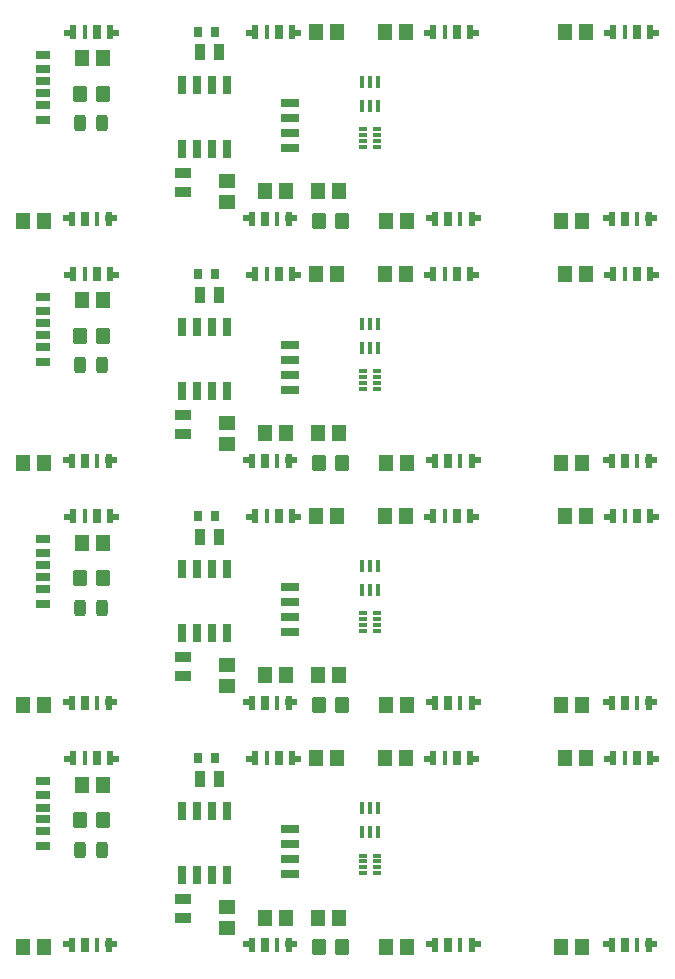
<source format=gtp>
%TF.GenerationSoftware,KiCad,Pcbnew,7.0.5*%
%TF.CreationDate,2023-11-06T22:37:59+10:00*%
%TF.ProjectId,TallyLight_Panel,54616c6c-794c-4696-9768-745f50616e65,rev?*%
%TF.SameCoordinates,Original*%
%TF.FileFunction,Paste,Top*%
%TF.FilePolarity,Positive*%
%FSLAX46Y46*%
G04 Gerber Fmt 4.6, Leading zero omitted, Abs format (unit mm)*
G04 Created by KiCad (PCBNEW 7.0.5) date 2023-11-06 22:37:59*
%MOMM*%
%LPD*%
G01*
G04 APERTURE LIST*
G04 Aperture macros list*
%AMRoundRect*
0 Rectangle with rounded corners*
0 $1 Rounding radius*
0 $2 $3 $4 $5 $6 $7 $8 $9 X,Y pos of 4 corners*
0 Add a 4 corners polygon primitive as box body*
4,1,4,$2,$3,$4,$5,$6,$7,$8,$9,$2,$3,0*
0 Add four circle primitives for the rounded corners*
1,1,$1+$1,$2,$3*
1,1,$1+$1,$4,$5*
1,1,$1+$1,$6,$7*
1,1,$1+$1,$8,$9*
0 Add four rect primitives between the rounded corners*
20,1,$1+$1,$2,$3,$4,$5,0*
20,1,$1+$1,$4,$5,$6,$7,0*
20,1,$1+$1,$6,$7,$8,$9,0*
20,1,$1+$1,$8,$9,$2,$3,0*%
G04 Aperture macros list end*
%ADD10R,1.000000X0.550000*%
%ADD11R,0.550000X1.200000*%
%ADD12R,0.700000X1.200000*%
%ADD13R,0.450000X1.200000*%
%ADD14R,0.910000X1.390000*%
%ADD15R,0.750000X0.940000*%
%ADD16R,1.150000X1.450000*%
%ADD17RoundRect,0.243750X-0.243750X-0.456250X0.243750X-0.456250X0.243750X0.456250X-0.243750X0.456250X0*%
%ADD18R,0.650000X0.300000*%
%ADD19R,1.600000X0.700000*%
%ADD20RoundRect,0.250000X-0.350000X-0.450000X0.350000X-0.450000X0.350000X0.450000X-0.350000X0.450000X0*%
%ADD21R,1.200000X0.700000*%
%ADD22R,1.200000X0.760000*%
%ADD23R,1.200000X0.800000*%
%ADD24RoundRect,0.250000X0.350000X0.450000X-0.350000X0.450000X-0.350000X-0.450000X0.350000X-0.450000X0*%
%ADD25R,1.450000X1.150000*%
%ADD26R,1.390000X0.910000*%
%ADD27R,0.400000X1.000000*%
%ADD28R,0.700000X1.550000*%
G04 APERTURE END LIST*
D10*
%TO.C,U5*%
X94350000Y-131650000D03*
D11*
X94575000Y-131725000D03*
D12*
X95700000Y-131725000D03*
D13*
X96726000Y-131725000D03*
D11*
X97725000Y-131725000D03*
D10*
X97950000Y-131650000D03*
%TD*%
D14*
%TO.C,C11*%
X107070000Y-117625000D03*
X105430000Y-117625000D03*
%TD*%
D15*
%TO.C,C13*%
X106700000Y-115875000D03*
X105300000Y-115875000D03*
%TD*%
D16*
%TO.C,C7*%
X136000000Y-131875000D03*
X137800000Y-131875000D03*
%TD*%
%TO.C,C3*%
X117050000Y-115875000D03*
X115250000Y-115875000D03*
%TD*%
%TO.C,C2*%
X121100000Y-115875000D03*
X122900000Y-115875000D03*
%TD*%
%TO.C,C8*%
X90450000Y-131875000D03*
X92250000Y-131875000D03*
%TD*%
%TO.C,C15*%
X117250000Y-129375000D03*
X115450000Y-129375000D03*
%TD*%
D17*
%TO.C,D5*%
X95250000Y-123625000D03*
X97125000Y-123625000D03*
%TD*%
D10*
%TO.C,U6*%
X109590000Y-131650000D03*
D11*
X109815000Y-131725000D03*
D12*
X110940000Y-131725000D03*
D13*
X111966000Y-131725000D03*
D11*
X112965000Y-131725000D03*
D10*
X113190000Y-131650000D03*
%TD*%
D18*
%TO.C,RN1*%
X119250000Y-124125000D03*
X119250000Y-124625000D03*
X119250000Y-125125000D03*
X119250000Y-125625000D03*
X120400000Y-125625000D03*
X120400000Y-125125000D03*
X120400000Y-124625000D03*
X120400000Y-124125000D03*
%TD*%
D10*
%TO.C,U2*%
X128556000Y-115960000D03*
D11*
X128331000Y-115885000D03*
D12*
X127206000Y-115885000D03*
D13*
X126180000Y-115885000D03*
D11*
X125181000Y-115885000D03*
D10*
X124956000Y-115960000D03*
%TD*%
%TO.C,U8*%
X140070000Y-131650000D03*
D11*
X140295000Y-131725000D03*
D12*
X141420000Y-131725000D03*
D13*
X142446000Y-131725000D03*
D11*
X143445000Y-131725000D03*
D10*
X143670000Y-131650000D03*
%TD*%
%TO.C,U3*%
X113480000Y-115960000D03*
D11*
X113255000Y-115885000D03*
D12*
X112130000Y-115885000D03*
D13*
X111104000Y-115885000D03*
D11*
X110105000Y-115885000D03*
D10*
X109880000Y-115960000D03*
%TD*%
D19*
%TO.C,VEML7700*%
X113100000Y-121870000D03*
X113100000Y-123140000D03*
X113100000Y-124410000D03*
X113100000Y-125680000D03*
%TD*%
D16*
%TO.C,C4*%
X95450000Y-118125000D03*
X97250000Y-118125000D03*
%TD*%
D20*
%TO.C,R3*%
X115500000Y-131875000D03*
X117500000Y-131875000D03*
%TD*%
D10*
%TO.C,U7*%
X125120000Y-131650000D03*
D11*
X125345000Y-131725000D03*
D12*
X126470000Y-131725000D03*
D13*
X127496000Y-131725000D03*
D11*
X128495000Y-131725000D03*
D10*
X128720000Y-131650000D03*
%TD*%
D16*
%TO.C,C6*%
X121200000Y-131875000D03*
X123000000Y-131875000D03*
%TD*%
D10*
%TO.C,U4*%
X98076000Y-115960000D03*
D11*
X97851000Y-115885000D03*
D12*
X96726000Y-115885000D03*
D13*
X95700000Y-115885000D03*
D11*
X94701000Y-115885000D03*
D10*
X94476000Y-115960000D03*
%TD*%
D21*
%TO.C,USB*%
X92130000Y-120055000D03*
D22*
X92130000Y-122075000D03*
D23*
X92130000Y-123305000D03*
D21*
X92130000Y-121055000D03*
D22*
X92130000Y-119035000D03*
D23*
X92130000Y-117805000D03*
%TD*%
D24*
%TO.C,R6*%
X97250000Y-121125000D03*
X95250000Y-121125000D03*
%TD*%
D10*
%TO.C,U1*%
X143796000Y-115960000D03*
D11*
X143571000Y-115885000D03*
D12*
X142446000Y-115885000D03*
D13*
X141420000Y-115885000D03*
D11*
X140421000Y-115885000D03*
D10*
X140196000Y-115960000D03*
%TD*%
D25*
%TO.C,C10*%
X107750000Y-128475000D03*
X107750000Y-130275000D03*
%TD*%
D16*
%TO.C,C1*%
X136350000Y-115875000D03*
X138150000Y-115875000D03*
%TD*%
%TO.C,C5*%
X112750000Y-129375000D03*
X110950000Y-129375000D03*
%TD*%
D26*
%TO.C,C9*%
X104000000Y-127805000D03*
X104000000Y-129445000D03*
%TD*%
D27*
%TO.C,Q1*%
X119200000Y-122125000D03*
X119850000Y-122125000D03*
X120500000Y-122125000D03*
X120500000Y-120125000D03*
X119850000Y-120125000D03*
X119200000Y-120125000D03*
%TD*%
D28*
%TO.C,TC1263*%
X103960000Y-125775000D03*
X105230000Y-125775000D03*
X106500000Y-125775000D03*
X107770000Y-125775000D03*
X107770000Y-120375000D03*
X106500000Y-120375000D03*
X105230000Y-120375000D03*
X103960000Y-120375000D03*
%TD*%
D10*
%TO.C,U5*%
X94350000Y-111150000D03*
D11*
X94575000Y-111225000D03*
D12*
X95700000Y-111225000D03*
D13*
X96726000Y-111225000D03*
D11*
X97725000Y-111225000D03*
D10*
X97950000Y-111150000D03*
%TD*%
%TO.C,U4*%
X98076000Y-95460000D03*
D11*
X97851000Y-95385000D03*
D12*
X96726000Y-95385000D03*
D13*
X95700000Y-95385000D03*
D11*
X94701000Y-95385000D03*
D10*
X94476000Y-95460000D03*
%TD*%
D15*
%TO.C,C13*%
X106700000Y-95375000D03*
X105300000Y-95375000D03*
%TD*%
D16*
%TO.C,C3*%
X117050000Y-95375000D03*
X115250000Y-95375000D03*
%TD*%
%TO.C,C2*%
X121100000Y-95375000D03*
X122900000Y-95375000D03*
%TD*%
D17*
%TO.C,D5*%
X95250000Y-103125000D03*
X97125000Y-103125000D03*
%TD*%
D10*
%TO.C,U6*%
X109590000Y-111150000D03*
D11*
X109815000Y-111225000D03*
D12*
X110940000Y-111225000D03*
D13*
X111966000Y-111225000D03*
D11*
X112965000Y-111225000D03*
D10*
X113190000Y-111150000D03*
%TD*%
D18*
%TO.C,RN1*%
X119250000Y-103625000D03*
X119250000Y-104125000D03*
X119250000Y-104625000D03*
X119250000Y-105125000D03*
X120400000Y-105125000D03*
X120400000Y-104625000D03*
X120400000Y-104125000D03*
X120400000Y-103625000D03*
%TD*%
D10*
%TO.C,U2*%
X128556000Y-95460000D03*
D11*
X128331000Y-95385000D03*
D12*
X127206000Y-95385000D03*
D13*
X126180000Y-95385000D03*
D11*
X125181000Y-95385000D03*
D10*
X124956000Y-95460000D03*
%TD*%
%TO.C,U8*%
X140070000Y-111150000D03*
D11*
X140295000Y-111225000D03*
D12*
X141420000Y-111225000D03*
D13*
X142446000Y-111225000D03*
D11*
X143445000Y-111225000D03*
D10*
X143670000Y-111150000D03*
%TD*%
%TO.C,U3*%
X113480000Y-95460000D03*
D11*
X113255000Y-95385000D03*
D12*
X112130000Y-95385000D03*
D13*
X111104000Y-95385000D03*
D11*
X110105000Y-95385000D03*
D10*
X109880000Y-95460000D03*
%TD*%
D20*
%TO.C,R3*%
X115500000Y-111375000D03*
X117500000Y-111375000D03*
%TD*%
D19*
%TO.C,VEML7700*%
X113100000Y-101370000D03*
X113100000Y-102640000D03*
X113100000Y-103910000D03*
X113100000Y-105180000D03*
%TD*%
D16*
%TO.C,C4*%
X95450000Y-97625000D03*
X97250000Y-97625000D03*
%TD*%
D10*
%TO.C,U7*%
X125120000Y-111150000D03*
D11*
X125345000Y-111225000D03*
D12*
X126470000Y-111225000D03*
D13*
X127496000Y-111225000D03*
D11*
X128495000Y-111225000D03*
D10*
X128720000Y-111150000D03*
%TD*%
D14*
%TO.C,C11*%
X107070000Y-97125000D03*
X105430000Y-97125000D03*
%TD*%
D16*
%TO.C,C6*%
X121200000Y-111375000D03*
X123000000Y-111375000D03*
%TD*%
D21*
%TO.C,USB*%
X92130000Y-99555000D03*
D22*
X92130000Y-101575000D03*
D23*
X92130000Y-102805000D03*
D21*
X92130000Y-100555000D03*
D22*
X92130000Y-98535000D03*
D23*
X92130000Y-97305000D03*
%TD*%
D24*
%TO.C,R6*%
X97250000Y-100625000D03*
X95250000Y-100625000D03*
%TD*%
D16*
%TO.C,C7*%
X136000000Y-111375000D03*
X137800000Y-111375000D03*
%TD*%
D10*
%TO.C,U1*%
X143796000Y-95460000D03*
D11*
X143571000Y-95385000D03*
D12*
X142446000Y-95385000D03*
D13*
X141420000Y-95385000D03*
D11*
X140421000Y-95385000D03*
D10*
X140196000Y-95460000D03*
%TD*%
D25*
%TO.C,C10*%
X107750000Y-107975000D03*
X107750000Y-109775000D03*
%TD*%
D16*
%TO.C,C15*%
X117250000Y-108875000D03*
X115450000Y-108875000D03*
%TD*%
%TO.C,C1*%
X136350000Y-95375000D03*
X138150000Y-95375000D03*
%TD*%
%TO.C,C8*%
X90450000Y-111375000D03*
X92250000Y-111375000D03*
%TD*%
%TO.C,C5*%
X112750000Y-108875000D03*
X110950000Y-108875000D03*
%TD*%
D26*
%TO.C,C9*%
X104000000Y-107305000D03*
X104000000Y-108945000D03*
%TD*%
D27*
%TO.C,Q1*%
X119200000Y-101625000D03*
X119850000Y-101625000D03*
X120500000Y-101625000D03*
X120500000Y-99625000D03*
X119850000Y-99625000D03*
X119200000Y-99625000D03*
%TD*%
D28*
%TO.C,TC1263*%
X103960000Y-105275000D03*
X105230000Y-105275000D03*
X106500000Y-105275000D03*
X107770000Y-105275000D03*
X107770000Y-99875000D03*
X106500000Y-99875000D03*
X105230000Y-99875000D03*
X103960000Y-99875000D03*
%TD*%
D10*
%TO.C,U5*%
X94350000Y-90650000D03*
D11*
X94575000Y-90725000D03*
D12*
X95700000Y-90725000D03*
D13*
X96726000Y-90725000D03*
D11*
X97725000Y-90725000D03*
D10*
X97950000Y-90650000D03*
%TD*%
%TO.C,U4*%
X98076000Y-74960000D03*
D11*
X97851000Y-74885000D03*
D12*
X96726000Y-74885000D03*
D13*
X95700000Y-74885000D03*
D11*
X94701000Y-74885000D03*
D10*
X94476000Y-74960000D03*
%TD*%
D14*
%TO.C,C11*%
X107070000Y-76625000D03*
X105430000Y-76625000D03*
%TD*%
D15*
%TO.C,C13*%
X106700000Y-74875000D03*
X105300000Y-74875000D03*
%TD*%
D16*
%TO.C,C7*%
X136000000Y-90875000D03*
X137800000Y-90875000D03*
%TD*%
%TO.C,C8*%
X90450000Y-90875000D03*
X92250000Y-90875000D03*
%TD*%
%TO.C,C2*%
X121100000Y-74875000D03*
X122900000Y-74875000D03*
%TD*%
%TO.C,C15*%
X117250000Y-88375000D03*
X115450000Y-88375000D03*
%TD*%
D17*
%TO.C,D5*%
X95250000Y-82625000D03*
X97125000Y-82625000D03*
%TD*%
D10*
%TO.C,U6*%
X109590000Y-90650000D03*
D11*
X109815000Y-90725000D03*
D12*
X110940000Y-90725000D03*
D13*
X111966000Y-90725000D03*
D11*
X112965000Y-90725000D03*
D10*
X113190000Y-90650000D03*
%TD*%
D18*
%TO.C,RN1*%
X119250000Y-83125000D03*
X119250000Y-83625000D03*
X119250000Y-84125000D03*
X119250000Y-84625000D03*
X120400000Y-84625000D03*
X120400000Y-84125000D03*
X120400000Y-83625000D03*
X120400000Y-83125000D03*
%TD*%
D10*
%TO.C,U2*%
X128556000Y-74960000D03*
D11*
X128331000Y-74885000D03*
D12*
X127206000Y-74885000D03*
D13*
X126180000Y-74885000D03*
D11*
X125181000Y-74885000D03*
D10*
X124956000Y-74960000D03*
%TD*%
D20*
%TO.C,R3*%
X115500000Y-90875000D03*
X117500000Y-90875000D03*
%TD*%
D19*
%TO.C,VEML7700*%
X113100000Y-80870000D03*
X113100000Y-82140000D03*
X113100000Y-83410000D03*
X113100000Y-84680000D03*
%TD*%
D16*
%TO.C,C4*%
X95450000Y-77125000D03*
X97250000Y-77125000D03*
%TD*%
%TO.C,C3*%
X117050000Y-74875000D03*
X115250000Y-74875000D03*
%TD*%
D10*
%TO.C,U7*%
X125120000Y-90650000D03*
D11*
X125345000Y-90725000D03*
D12*
X126470000Y-90725000D03*
D13*
X127496000Y-90725000D03*
D11*
X128495000Y-90725000D03*
D10*
X128720000Y-90650000D03*
%TD*%
%TO.C,U3*%
X113480000Y-74960000D03*
D11*
X113255000Y-74885000D03*
D12*
X112130000Y-74885000D03*
D13*
X111104000Y-74885000D03*
D11*
X110105000Y-74885000D03*
D10*
X109880000Y-74960000D03*
%TD*%
D16*
%TO.C,C6*%
X121200000Y-90875000D03*
X123000000Y-90875000D03*
%TD*%
D10*
%TO.C,U8*%
X140070000Y-90650000D03*
D11*
X140295000Y-90725000D03*
D12*
X141420000Y-90725000D03*
D13*
X142446000Y-90725000D03*
D11*
X143445000Y-90725000D03*
D10*
X143670000Y-90650000D03*
%TD*%
D21*
%TO.C,USB*%
X92130000Y-79055000D03*
D22*
X92130000Y-81075000D03*
D23*
X92130000Y-82305000D03*
D21*
X92130000Y-80055000D03*
D22*
X92130000Y-78035000D03*
D23*
X92130000Y-76805000D03*
%TD*%
D24*
%TO.C,R6*%
X97250000Y-80125000D03*
X95250000Y-80125000D03*
%TD*%
D10*
%TO.C,U1*%
X143796000Y-74960000D03*
D11*
X143571000Y-74885000D03*
D12*
X142446000Y-74885000D03*
D13*
X141420000Y-74885000D03*
D11*
X140421000Y-74885000D03*
D10*
X140196000Y-74960000D03*
%TD*%
D25*
%TO.C,C10*%
X107750000Y-87475000D03*
X107750000Y-89275000D03*
%TD*%
D16*
%TO.C,C1*%
X136350000Y-74875000D03*
X138150000Y-74875000D03*
%TD*%
%TO.C,C5*%
X112750000Y-88375000D03*
X110950000Y-88375000D03*
%TD*%
D26*
%TO.C,C9*%
X104000000Y-86805000D03*
X104000000Y-88445000D03*
%TD*%
D27*
%TO.C,Q1*%
X119200000Y-81125000D03*
X119850000Y-81125000D03*
X120500000Y-81125000D03*
X120500000Y-79125000D03*
X119850000Y-79125000D03*
X119200000Y-79125000D03*
%TD*%
D28*
%TO.C,TC1263*%
X103960000Y-84775000D03*
X105230000Y-84775000D03*
X106500000Y-84775000D03*
X107770000Y-84775000D03*
X107770000Y-79375000D03*
X106500000Y-79375000D03*
X105230000Y-79375000D03*
X103960000Y-79375000D03*
%TD*%
D21*
%TO.C,USB*%
X92130000Y-58555000D03*
D22*
X92130000Y-60575000D03*
D23*
X92130000Y-61805000D03*
D21*
X92130000Y-59555000D03*
D22*
X92130000Y-57535000D03*
D23*
X92130000Y-56305000D03*
%TD*%
D27*
%TO.C,Q1*%
X119200000Y-60625000D03*
X119850000Y-60625000D03*
X120500000Y-60625000D03*
X120500000Y-58625000D03*
X119850000Y-58625000D03*
X119200000Y-58625000D03*
%TD*%
D28*
%TO.C,TC1263*%
X103960000Y-64275000D03*
X105230000Y-64275000D03*
X106500000Y-64275000D03*
X107770000Y-64275000D03*
X107770000Y-58875000D03*
X106500000Y-58875000D03*
X105230000Y-58875000D03*
X103960000Y-58875000D03*
%TD*%
D16*
%TO.C,C1*%
X136350000Y-54375000D03*
X138150000Y-54375000D03*
%TD*%
D10*
%TO.C,U3*%
X113480000Y-54460000D03*
D11*
X113255000Y-54385000D03*
D12*
X112130000Y-54385000D03*
D13*
X111104000Y-54385000D03*
D11*
X110105000Y-54385000D03*
D10*
X109880000Y-54460000D03*
%TD*%
%TO.C,U8*%
X140070000Y-70150000D03*
D11*
X140295000Y-70225000D03*
D12*
X141420000Y-70225000D03*
D13*
X142446000Y-70225000D03*
D11*
X143445000Y-70225000D03*
D10*
X143670000Y-70150000D03*
%TD*%
D24*
%TO.C,R6*%
X97250000Y-59625000D03*
X95250000Y-59625000D03*
%TD*%
D16*
%TO.C,C6*%
X121200000Y-70375000D03*
X123000000Y-70375000D03*
%TD*%
D20*
%TO.C,R3*%
X115500000Y-70375000D03*
X117500000Y-70375000D03*
%TD*%
D25*
%TO.C,C10*%
X107750000Y-66975000D03*
X107750000Y-68775000D03*
%TD*%
D16*
%TO.C,C5*%
X112750000Y-67875000D03*
X110950000Y-67875000D03*
%TD*%
D18*
%TO.C,RN1*%
X119250000Y-62625000D03*
X119250000Y-63125000D03*
X119250000Y-63625000D03*
X119250000Y-64125000D03*
X120400000Y-64125000D03*
X120400000Y-63625000D03*
X120400000Y-63125000D03*
X120400000Y-62625000D03*
%TD*%
D10*
%TO.C,U2*%
X128556000Y-54460000D03*
D11*
X128331000Y-54385000D03*
D12*
X127206000Y-54385000D03*
D13*
X126180000Y-54385000D03*
D11*
X125181000Y-54385000D03*
D10*
X124956000Y-54460000D03*
%TD*%
D16*
%TO.C,C3*%
X117050000Y-54375000D03*
X115250000Y-54375000D03*
%TD*%
D14*
%TO.C,C11*%
X107070000Y-56125000D03*
X105430000Y-56125000D03*
%TD*%
D26*
%TO.C,C9*%
X104000000Y-66305000D03*
X104000000Y-67945000D03*
%TD*%
D16*
%TO.C,C7*%
X136000000Y-70375000D03*
X137800000Y-70375000D03*
%TD*%
D10*
%TO.C,U5*%
X94350000Y-70150000D03*
D11*
X94575000Y-70225000D03*
D12*
X95700000Y-70225000D03*
D13*
X96726000Y-70225000D03*
D11*
X97725000Y-70225000D03*
D10*
X97950000Y-70150000D03*
%TD*%
%TO.C,U4*%
X98076000Y-54460000D03*
D11*
X97851000Y-54385000D03*
D12*
X96726000Y-54385000D03*
D13*
X95700000Y-54385000D03*
D11*
X94701000Y-54385000D03*
D10*
X94476000Y-54460000D03*
%TD*%
D15*
%TO.C,C13*%
X106700000Y-54375000D03*
X105300000Y-54375000D03*
%TD*%
D10*
%TO.C,U1*%
X143796000Y-54460000D03*
D11*
X143571000Y-54385000D03*
D12*
X142446000Y-54385000D03*
D13*
X141420000Y-54385000D03*
D11*
X140421000Y-54385000D03*
D10*
X140196000Y-54460000D03*
%TD*%
D19*
%TO.C,VEML7700*%
X113100000Y-60370000D03*
X113100000Y-61640000D03*
X113100000Y-62910000D03*
X113100000Y-64180000D03*
%TD*%
D17*
%TO.C,D5*%
X95250000Y-62125000D03*
X97125000Y-62125000D03*
%TD*%
D10*
%TO.C,U7*%
X125120000Y-70150000D03*
D11*
X125345000Y-70225000D03*
D12*
X126470000Y-70225000D03*
D13*
X127496000Y-70225000D03*
D11*
X128495000Y-70225000D03*
D10*
X128720000Y-70150000D03*
%TD*%
%TO.C,U6*%
X109590000Y-70150000D03*
D11*
X109815000Y-70225000D03*
D12*
X110940000Y-70225000D03*
D13*
X111966000Y-70225000D03*
D11*
X112965000Y-70225000D03*
D10*
X113190000Y-70150000D03*
%TD*%
D16*
%TO.C,C2*%
X121100000Y-54375000D03*
X122900000Y-54375000D03*
%TD*%
%TO.C,C4*%
X95450000Y-56625000D03*
X97250000Y-56625000D03*
%TD*%
%TO.C,C8*%
X90450000Y-70375000D03*
X92250000Y-70375000D03*
%TD*%
%TO.C,C15*%
X117250000Y-67875000D03*
X115450000Y-67875000D03*
%TD*%
M02*

</source>
